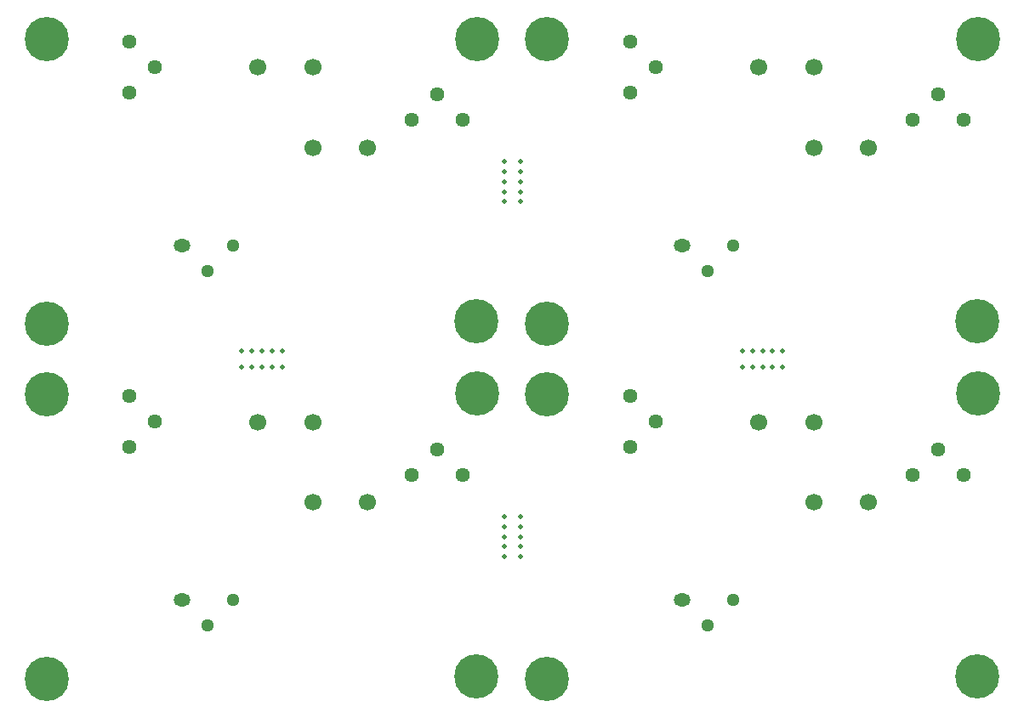
<source format=gbr>
%TF.GenerationSoftware,KiCad,Pcbnew,7.0.7-7.0.7~ubuntu22.04.1*%
%TF.CreationDate,2023-09-11T08:33:09+05:30*%
%TF.ProjectId,panelized,70616e65-6c69-47a6-9564-2e6b69636164,rev?*%
%TF.SameCoordinates,Original*%
%TF.FileFunction,Soldermask,Bot*%
%TF.FilePolarity,Negative*%
%FSLAX46Y46*%
G04 Gerber Fmt 4.6, Leading zero omitted, Abs format (unit mm)*
G04 Created by KiCad (PCBNEW 7.0.7-7.0.7~ubuntu22.04.1) date 2023-09-11 08:33:09*
%MOMM*%
%LPD*%
G01*
G04 APERTURE LIST*
%ADD10C,0.500000*%
%ADD11C,0.700000*%
%ADD12C,4.400000*%
%ADD13O,1.700000X1.300000*%
%ADD14O,1.300000X1.300000*%
%ADD15C,1.700000*%
%ADD16C,1.440000*%
G04 APERTURE END LIST*
D10*
%TO.C,REF\u002A\u002A*%
X73751900Y-35175000D03*
%TD*%
%TO.C,REF\u002A\u002A*%
X49634600Y-18687500D03*
%TD*%
%TO.C,REF\u002A\u002A*%
X74751900Y-35175000D03*
%TD*%
%TO.C,REF\u002A\u002A*%
X49634600Y-17687500D03*
%TD*%
D11*
%TO.C,H1*%
X50675164Y-2482000D03*
X51158438Y-1315274D03*
X51158438Y-3648726D03*
X52325164Y-832000D03*
D12*
X52325164Y-2482000D03*
D11*
X52325164Y-4132000D03*
X53491890Y-1315274D03*
X53491890Y-3648726D03*
X53975164Y-2482000D03*
%TD*%
D13*
%TO.C,Q1*%
X65780600Y-23027000D03*
D14*
X68320600Y-25567000D03*
X70860600Y-23027000D03*
%TD*%
D10*
%TO.C,REF\u002A\u002A*%
X48034600Y-15687500D03*
%TD*%
%TO.C,REF\u002A\u002A*%
X49634600Y-52062500D03*
%TD*%
D13*
%TO.C,Q1*%
X65780600Y-58402000D03*
D14*
X68320600Y-60942000D03*
X70860600Y-58402000D03*
%TD*%
D11*
%TO.C,H2*%
X93545164Y-2452000D03*
X94028438Y-1285274D03*
X94028438Y-3618726D03*
X95195164Y-802000D03*
D12*
X95195164Y-2452000D03*
D11*
X95195164Y-4102000D03*
X96361890Y-1285274D03*
X96361890Y-3618726D03*
X96845164Y-2452000D03*
%TD*%
D15*
%TO.C,T1*%
X84295164Y-48667000D03*
X73335164Y-40667000D03*
X78835164Y-48667000D03*
X78835164Y-40667000D03*
%TD*%
D10*
%TO.C,REF\u002A\u002A*%
X25917300Y-35175000D03*
%TD*%
D11*
%TO.C,H3*%
X823838Y-66230274D03*
X1307112Y-65063548D03*
X1307112Y-67397000D03*
X2473838Y-64580274D03*
D12*
X2473838Y-66230274D03*
D11*
X2473838Y-67880274D03*
X3640564Y-65063548D03*
X3640564Y-67397000D03*
X4123838Y-66230274D03*
%TD*%
D16*
%TO.C,RV2*%
X10750564Y-43157000D03*
X13290564Y-40617000D03*
X10750564Y-38077000D03*
%TD*%
D10*
%TO.C,REF\u002A\u002A*%
X48034600Y-17687500D03*
%TD*%
D11*
%TO.C,H1*%
X50675164Y-37857000D03*
X51158438Y-36690274D03*
X51158438Y-39023726D03*
X52325164Y-36207000D03*
D12*
X52325164Y-37857000D03*
D11*
X52325164Y-39507000D03*
X53491890Y-36690274D03*
X53491890Y-39023726D03*
X53975164Y-37857000D03*
%TD*%
%TO.C,H3*%
X50658438Y-66230274D03*
X51141712Y-65063548D03*
X51141712Y-67397000D03*
X52308438Y-64580274D03*
D12*
X52308438Y-66230274D03*
D11*
X52308438Y-67880274D03*
X53475164Y-65063548D03*
X53475164Y-67397000D03*
X53958438Y-66230274D03*
%TD*%
D10*
%TO.C,REF\u002A\u002A*%
X23917300Y-33575000D03*
%TD*%
%TO.C,REF\u002A\u002A*%
X24917300Y-33575000D03*
%TD*%
D16*
%TO.C,RV1*%
X43920564Y-10562000D03*
X41380564Y-8022000D03*
X38840564Y-10562000D03*
%TD*%
D13*
%TO.C,Q1*%
X15946000Y-58402000D03*
D14*
X18486000Y-60942000D03*
X21026000Y-58402000D03*
%TD*%
D11*
%TO.C,H2*%
X93545164Y-37827000D03*
X94028438Y-36660274D03*
X94028438Y-38993726D03*
X95195164Y-36177000D03*
D12*
X95195164Y-37827000D03*
D11*
X95195164Y-39477000D03*
X96361890Y-36660274D03*
X96361890Y-38993726D03*
X96845164Y-37827000D03*
%TD*%
D15*
%TO.C,T1*%
X34460564Y-13292000D03*
X23500564Y-5292000D03*
X29000564Y-13292000D03*
X29000564Y-5292000D03*
%TD*%
D10*
%TO.C,REF\u002A\u002A*%
X49634600Y-53062500D03*
%TD*%
%TO.C,REF\u002A\u002A*%
X48034600Y-14687500D03*
%TD*%
%TO.C,REF\u002A\u002A*%
X48034600Y-18687500D03*
%TD*%
D13*
%TO.C,Q1*%
X15946000Y-23027000D03*
D14*
X18486000Y-25567000D03*
X21026000Y-23027000D03*
%TD*%
D10*
%TO.C,REF\u002A\u002A*%
X71751900Y-33575000D03*
%TD*%
%TO.C,REF\u002A\u002A*%
X49634600Y-54062500D03*
%TD*%
%TO.C,REF\u002A\u002A*%
X48034600Y-50062500D03*
%TD*%
D11*
%TO.C,H4*%
X93450438Y-30611274D03*
X93933712Y-29444548D03*
X93933712Y-31778000D03*
X95100438Y-28961274D03*
D12*
X95100438Y-30611274D03*
D11*
X95100438Y-32261274D03*
X96267164Y-29444548D03*
X96267164Y-31778000D03*
X96750438Y-30611274D03*
%TD*%
D10*
%TO.C,REF\u002A\u002A*%
X74751900Y-33575000D03*
%TD*%
D16*
%TO.C,RV2*%
X60585164Y-7782000D03*
X63125164Y-5242000D03*
X60585164Y-2702000D03*
%TD*%
%TO.C,RV2*%
X60585164Y-43157000D03*
X63125164Y-40617000D03*
X60585164Y-38077000D03*
%TD*%
D11*
%TO.C,H4*%
X43615838Y-65986274D03*
X44099112Y-64819548D03*
X44099112Y-67153000D03*
X45265838Y-64336274D03*
D12*
X45265838Y-65986274D03*
D11*
X45265838Y-67636274D03*
X46432564Y-64819548D03*
X46432564Y-67153000D03*
X46915838Y-65986274D03*
%TD*%
D10*
%TO.C,REF\u002A\u002A*%
X49634600Y-14687500D03*
%TD*%
%TO.C,REF\u002A\u002A*%
X21917300Y-35175000D03*
%TD*%
%TO.C,REF\u002A\u002A*%
X48034600Y-52062500D03*
%TD*%
D15*
%TO.C,T1*%
X34460564Y-48667000D03*
X23500564Y-40667000D03*
X29000564Y-48667000D03*
X29000564Y-40667000D03*
%TD*%
D11*
%TO.C,H4*%
X43615838Y-30611274D03*
X44099112Y-29444548D03*
X44099112Y-31778000D03*
X45265838Y-28961274D03*
D12*
X45265838Y-30611274D03*
D11*
X45265838Y-32261274D03*
X46432564Y-29444548D03*
X46432564Y-31778000D03*
X46915838Y-30611274D03*
%TD*%
D10*
%TO.C,REF\u002A\u002A*%
X22917300Y-33575000D03*
%TD*%
%TO.C,REF\u002A\u002A*%
X23917300Y-35175000D03*
%TD*%
%TO.C,REF\u002A\u002A*%
X48034600Y-51062500D03*
%TD*%
%TO.C,REF\u002A\u002A*%
X48034600Y-16687500D03*
%TD*%
D16*
%TO.C,RV2*%
X10750564Y-7782000D03*
X13290564Y-5242000D03*
X10750564Y-2702000D03*
%TD*%
D10*
%TO.C,REF\u002A\u002A*%
X24917300Y-35175000D03*
%TD*%
%TO.C,REF\u002A\u002A*%
X49634600Y-16687500D03*
%TD*%
%TO.C,REF\u002A\u002A*%
X49634600Y-15687500D03*
%TD*%
%TO.C,REF\u002A\u002A*%
X22917300Y-35175000D03*
%TD*%
D16*
%TO.C,RV1*%
X93755164Y-10562000D03*
X91215164Y-8022000D03*
X88675164Y-10562000D03*
%TD*%
D10*
%TO.C,REF\u002A\u002A*%
X25917300Y-33575000D03*
%TD*%
%TO.C,REF\u002A\u002A*%
X72751900Y-33575000D03*
%TD*%
D11*
%TO.C,H3*%
X823838Y-30855274D03*
X1307112Y-29688548D03*
X1307112Y-32022000D03*
X2473838Y-29205274D03*
D12*
X2473838Y-30855274D03*
D11*
X2473838Y-32505274D03*
X3640564Y-29688548D03*
X3640564Y-32022000D03*
X4123838Y-30855274D03*
%TD*%
D16*
%TO.C,RV1*%
X43920564Y-45937000D03*
X41380564Y-43397000D03*
X38840564Y-45937000D03*
%TD*%
D10*
%TO.C,REF\u002A\u002A*%
X49634600Y-51062500D03*
%TD*%
D11*
%TO.C,H2*%
X43710564Y-37827000D03*
X44193838Y-36660274D03*
X44193838Y-38993726D03*
X45360564Y-36177000D03*
D12*
X45360564Y-37827000D03*
D11*
X45360564Y-39477000D03*
X46527290Y-36660274D03*
X46527290Y-38993726D03*
X47010564Y-37827000D03*
%TD*%
D16*
%TO.C,RV1*%
X93755164Y-45937000D03*
X91215164Y-43397000D03*
X88675164Y-45937000D03*
%TD*%
D10*
%TO.C,REF\u002A\u002A*%
X48034600Y-54062500D03*
%TD*%
%TO.C,REF\u002A\u002A*%
X21917300Y-33575000D03*
%TD*%
D11*
%TO.C,H4*%
X93450438Y-65986274D03*
X93933712Y-64819548D03*
X93933712Y-67153000D03*
X95100438Y-64336274D03*
D12*
X95100438Y-65986274D03*
D11*
X95100438Y-67636274D03*
X96267164Y-64819548D03*
X96267164Y-67153000D03*
X96750438Y-65986274D03*
%TD*%
%TO.C,H2*%
X43710564Y-2452000D03*
X44193838Y-1285274D03*
X44193838Y-3618726D03*
X45360564Y-802000D03*
D12*
X45360564Y-2452000D03*
D11*
X45360564Y-4102000D03*
X46527290Y-1285274D03*
X46527290Y-3618726D03*
X47010564Y-2452000D03*
%TD*%
D10*
%TO.C,REF\u002A\u002A*%
X75751900Y-35175000D03*
%TD*%
D15*
%TO.C,T1*%
X84295164Y-13292000D03*
X73335164Y-5292000D03*
X78835164Y-13292000D03*
X78835164Y-5292000D03*
%TD*%
D11*
%TO.C,H1*%
X840564Y-37857000D03*
X1323838Y-36690274D03*
X1323838Y-39023726D03*
X2490564Y-36207000D03*
D12*
X2490564Y-37857000D03*
D11*
X2490564Y-39507000D03*
X3657290Y-36690274D03*
X3657290Y-39023726D03*
X4140564Y-37857000D03*
%TD*%
D10*
%TO.C,REF\u002A\u002A*%
X49634600Y-50062500D03*
%TD*%
%TO.C,REF\u002A\u002A*%
X71751900Y-35175000D03*
%TD*%
%TO.C,REF\u002A\u002A*%
X72751900Y-35175000D03*
%TD*%
%TO.C,REF\u002A\u002A*%
X48034600Y-53062500D03*
%TD*%
D11*
%TO.C,H1*%
X840564Y-2482000D03*
X1323838Y-1315274D03*
X1323838Y-3648726D03*
X2490564Y-832000D03*
D12*
X2490564Y-2482000D03*
D11*
X2490564Y-4132000D03*
X3657290Y-1315274D03*
X3657290Y-3648726D03*
X4140564Y-2482000D03*
%TD*%
%TO.C,H3*%
X50658438Y-30855274D03*
X51141712Y-29688548D03*
X51141712Y-32022000D03*
X52308438Y-29205274D03*
D12*
X52308438Y-30855274D03*
D11*
X52308438Y-32505274D03*
X53475164Y-29688548D03*
X53475164Y-32022000D03*
X53958438Y-30855274D03*
%TD*%
D10*
%TO.C,REF\u002A\u002A*%
X73751900Y-33575000D03*
%TD*%
%TO.C,REF\u002A\u002A*%
X75751900Y-33575000D03*
%TD*%
M02*

</source>
